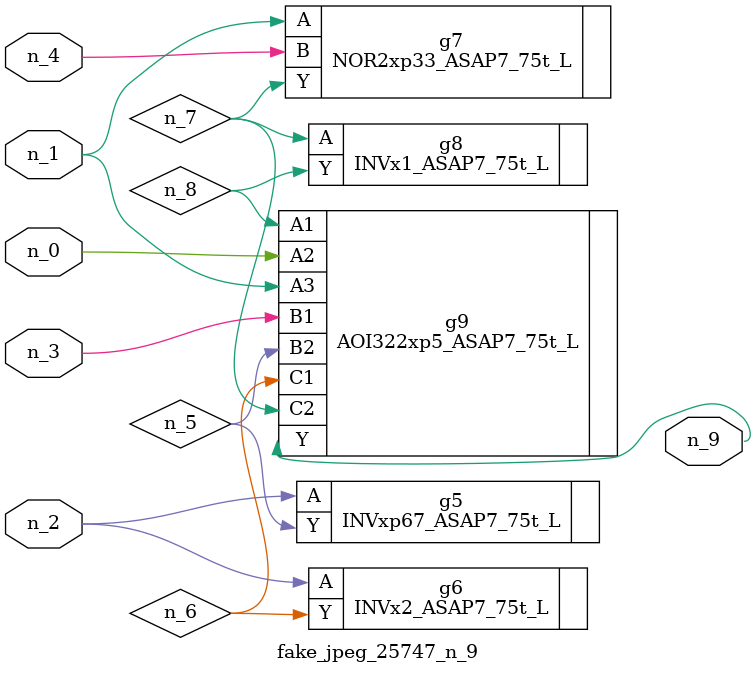
<source format=v>
module fake_jpeg_25747_n_9 (n_3, n_2, n_1, n_0, n_4, n_9);

input n_3;
input n_2;
input n_1;
input n_0;
input n_4;

output n_9;

wire n_8;
wire n_6;
wire n_5;
wire n_7;

INVxp67_ASAP7_75t_L g5 ( 
.A(n_2),
.Y(n_5)
);

INVx2_ASAP7_75t_L g6 ( 
.A(n_2),
.Y(n_6)
);

NOR2xp33_ASAP7_75t_L g7 ( 
.A(n_1),
.B(n_4),
.Y(n_7)
);

INVx1_ASAP7_75t_L g8 ( 
.A(n_7),
.Y(n_8)
);

AOI322xp5_ASAP7_75t_L g9 ( 
.A1(n_8),
.A2(n_0),
.A3(n_1),
.B1(n_3),
.B2(n_5),
.C1(n_6),
.C2(n_7),
.Y(n_9)
);


endmodule
</source>
